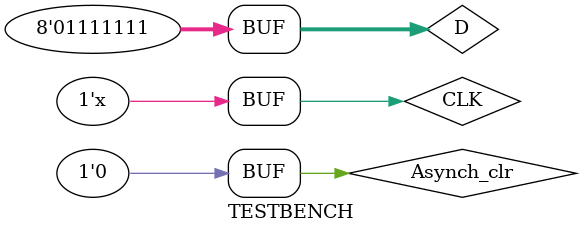
<source format=v>
`timescale 1ns / 1ps


module TESTBENCH;

	// Inputs
	reg [7:0] D;
	reg CLK;
	reg Asynch_clr;

	// Outputs
	wire [7:0] Q;

	// Instantiate the Unit Under Test (UUT)
	Dff_8bit_AsynchClr uut (
		.D(D), 
		.CLK(CLK), 
		.Asynch_clr(Asynch_clr), 
		.Q(Q)
	);

	initial begin
		// Initialize Inputs
		D = 0;
		CLK = 0;
		Asynch_clr = 0;

		// Wait 100 ns for global reset to finish
		#100;
		D = 8'd26;
       
		#100
		D = 8'd128;
		Asynch_clr = 1;
		
		#100
		D = 8'd127;
		Asynch_clr = 0;
		
		#100
		D = 8'd255;
		Asynch_clr = 1;
		
		#100
		D = 8'd129;
		Asynch_clr = 0;
		
		#100
		D = 8'd127;
		
	end
	always #50CLK = ~CLK;
      
endmodule


</source>
